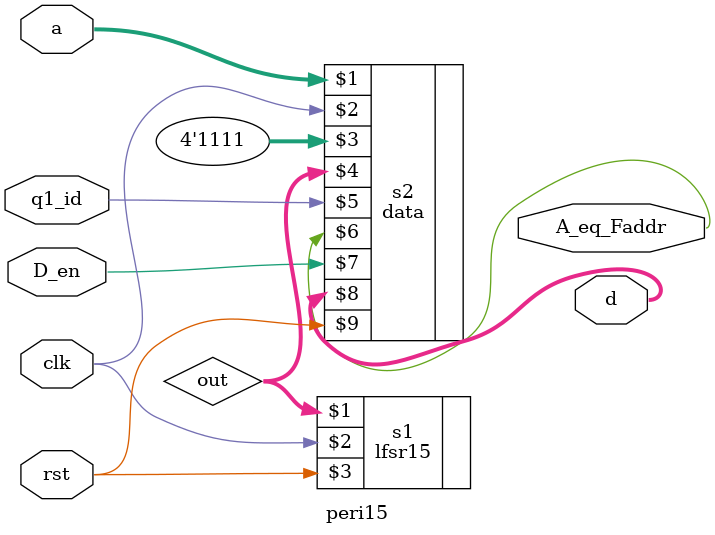
<source format=v>
module peri(clk,a,q1_id,A_eq_Faddr,D_en,d,rst);
input clk ,rst,D_en,q1_id;
input [3:0]a;
output A_eq_Faddr;
output [31:0]d;
wire [31:0]out;
lfsr s1 (out, clk, rst);
data s2(a,clk,4'b0000,out,q1_id,A_eq_Faddr,D_en,d,rst);
endmodule
module peri1(clk,a,q1_id,A_eq_Faddr,D_en,d,rst);
input clk ,rst,D_en,q1_id;
input [3:0]a;
output A_eq_Faddr;
output [31:0]d;
wire [31:0]out;
lfsr1 s1 (out, clk, rst);
data s2(a,clk,4'b0001,out,q1_id,A_eq_Faddr,D_en,d,rst);
endmodule
module peri2(clk,a,q1_id,A_eq_Faddr,D_en,d,rst);
input clk ,rst,D_en,q1_id;
input [3:0]a;
output A_eq_Faddr;
output [31:0]d;
wire [31:0]out;
lfsr2 s1 (out, clk, rst);
data s2(a,clk,4'b0010,out,q1_id,A_eq_Faddr,D_en,d,rst);
endmodule
module peri3(clk,a,q1_id,A_eq_Faddr,D_en,d,rst);
input clk ,rst,D_en,q1_id;
input [3:0]a;
output A_eq_Faddr;
output [31:0]d;
wire [31:0]out;
lfsr3 s1 (out, clk, rst);
data s2(a,clk,4'b0011,out,q1_id,A_eq_Faddr,D_en,d,rst);
endmodule
module peri4(clk,a,q1_id,A_eq_Faddr,D_en,d,rst);
input clk ,rst,D_en,q1_id;
input [3:0]a;
output A_eq_Faddr;
output [31:0]d;
wire [31:0]out;
lfsr4 s1 (out, clk, rst);
data s2(a,clk,4'b0100,out,q1_id,A_eq_Faddr,D_en,d,rst);
endmodule
module peri5(clk,a,q1_id,A_eq_Faddr,D_en,d,rst);
input clk ,rst,D_en,q1_id;
input [3:0]a;
output A_eq_Faddr;
output [31:0]d;
wire [31:0]out;
lfsr5 s1 (out, clk, rst);
data s2(a,clk,4'b0101,out,q1_id,A_eq_Faddr,D_en,d,rst);
endmodule
module peri6(clk,a,q1_id,A_eq_Faddr,D_en,d,rst);
input clk ,rst,D_en,q1_id;
input [3:0]a;
output A_eq_Faddr;
output [31:0]d;
wire [31:0]out;
lfsr6 s1 (out, clk, rst);
data s2(a,clk,4'b0110,out,q1_id,A_eq_Faddr,D_en,d,rst);
endmodule
module peri7(clk,a,q1_id,A_eq_Faddr,D_en,d,rst);
input clk ,rst,D_en,q1_id;
input [3:0]a;
output A_eq_Faddr;
output [31:0]d;
wire [31:0]out;
lfsr7 s1 (out, clk, rst);
data s2(a,clk,4'b0111,out,q1_id,A_eq_Faddr,D_en,d,rst);
endmodule
module peri8(clk,a,q1_id,A_eq_Faddr,D_en,d,rst);
input clk ,rst,D_en,q1_id;
input [3:0]a;
output A_eq_Faddr;
output [31:0]d;
wire [31:0]out;
lfsr8 s1 (out, clk, rst);
data s2(a,clk,4'b1000,out,q1_id,A_eq_Faddr,D_en,d,rst);
endmodule
module peri9(clk,a,q1_id,A_eq_Faddr,D_en,d,rst);
input clk ,rst,D_en,q1_id;
input [3:0]a;
output A_eq_Faddr;
output [31:0]d;
wire [31:0]out;
lfsr9 s1 (out, clk, rst);
data s2(a,clk,4'b1001,out,q1_id,A_eq_Faddr,D_en,d,rst);
endmodule
module peri10(clk,a,q1_id,A_eq_Faddr,D_en,d,rst);
input clk ,rst,D_en,q1_id;
input [3:0]a;
output A_eq_Faddr;
output [31:0]d;
wire [31:0]out;
lfsr10 s1 (out, clk, rst);
data s2(a,clk,4'b1010,out,q1_id,A_eq_Faddr,D_en,d,rst);
endmodule
module peri11(clk,a,q1_id,A_eq_Faddr,D_en,d,rst);
input clk ,rst,D_en,q1_id;
input [3:0]a;
output A_eq_Faddr;
output [31:0]d;
wire [31:0]out;
lfsr11 s1 (out, clk, rst);
data s2(a,clk,4'b1011,out,q1_id,A_eq_Faddr,D_en,d,rst);
endmodule
module peri12(clk,a,q1_id,A_eq_Faddr,D_en,d,rst);
input clk ,rst,D_en,q1_id;
input [3:0]a;
output A_eq_Faddr;
output [31:0]d;
wire [31:0]out;
lfsr12 s1 (out, clk, rst);
data s2(a,clk,4'b1100,out,q1_id,A_eq_Faddr,D_en,d,rst);
endmodule
module peri13(clk,a,q1_id,A_eq_Faddr,D_en,d,rst);
input clk ,rst,D_en,q1_id;
input [3:0]a;
output A_eq_Faddr;
output [31:0]d;
wire [31:0]out;
lfsr13 s1 (out, clk, rst);
data s2(a,clk,4'b1101,out,q1_id,A_eq_Faddr,D_en,d,rst);
endmodule
module peri14(clk,a,q1_id,A_eq_Faddr,D_en,d,rst);
input clk ,rst,D_en,q1_id;
input [3:0]a;
output A_eq_Faddr;
output [31:0]d;
wire [31:0]out;
lfsr14 s1 (out, clk, rst);
data s2(a,clk,4'b1110,out,q1_id,A_eq_Faddr,D_en,d,rst);
endmodule
module peri15(clk,a,q1_id,A_eq_Faddr,D_en,d,rst);
input clk ,rst,D_en,q1_id;
input [3:0]a;
output A_eq_Faddr;
output [31:0]d;
wire [31:0]out;
lfsr15 s1 (out, clk, rst);
data s2(a,clk,4'b1111,out,q1_id,A_eq_Faddr,D_en,d,rst);
endmodule

</source>
